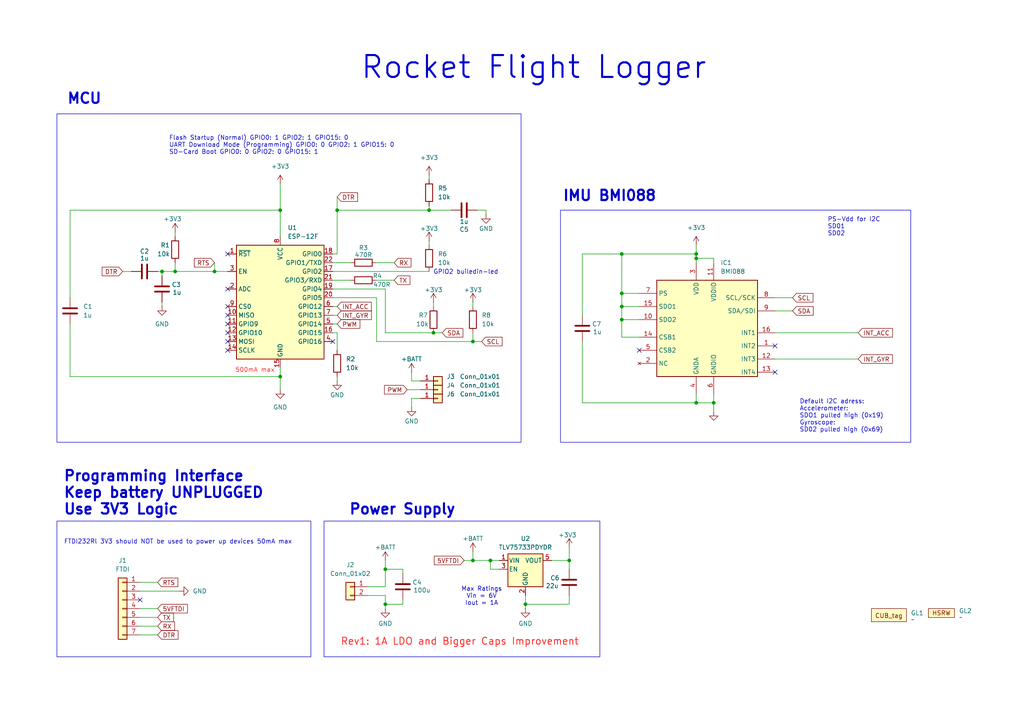
<source format=kicad_sch>
(kicad_sch (version 20250114) (generator "eeschema") (generator_version "9.0")
  (paper "A4")
  (title_block (title "RocketflightLogger") (date "2025-05-12") (rev "1") (company "HSRW") (comment 1 "Jure Cubelic "))
  (lib_symbols
    (symbol "01_MyLibrary:CUB_tag" (pin_numbers (hide yes)) (pin_names (offset 0) (hide yes)) (in_bom no)
      (property "Reference" "GL" (at 0 -1.016 0))
      (symbol "CUB_tag_1_1"
        (rectangle (start -5.08 3.81) (end 5.08 0) (fill (type color) (color 255 255 194 1)))
        (text "CUB_tag" (at 0 1.778 0) (effects (font (size 1.27 1.27))))
      )
    )
    (symbol "01_MyLibrary:Hsrw" (pin_numbers (hide yes)) (pin_names (offset 0) (hide yes)) (in_bom no)
      (property "Reference" "GL" (at 0 3.556 0))
      (symbol "Hsrw_1_1"
        (rectangle (start -3.81 2.54) (end 3.81 0) (fill (type color) (color 255 255 194 1)))
        (text "HSRW" (at 0 1.27 0) (effects (font (size 1.27 1.27))))
      )
    )
    (symbol "BMI088:BMI088"
      (property "Reference" "IC1" (at 19.7359 17.78 0))
      (property "Value" "BMI088" (at 19.7359 15.24 0))
      (symbol "BMI088_1_1"
        (rectangle (start 1.27 12.7) (end 30.48 -15.24) (stroke (width 0.254)) (fill (type background)))
        (pin passive line (at -3.81 8.89 0) (length 5.08) (name "PS") (number "7"))
        (pin passive line (at -3.81 5.08 0) (length 5.08) (name "SDO1") (number "15"))
        (pin passive line (at -3.81 1.27 0) (length 5.08) (name "SDO2") (number "10"))
        (pin passive line (at -3.81 -3.81 0) (length 5.08) (name "CSB1") (number "14"))
        (pin passive line (at -3.81 -7.62 0) (length 5.08) (name "CSB2") (number "5"))
        (pin no_connect line (at -3.81 -11.43 0) (length 5.08) (name "NC") (number "2"))
        (pin passive line (at 12.7 17.78 270) (length 5.08) (name "VDD") (number "3"))
        (pin passive line (at 12.7 -20.32 90) (length 5.08) (name "GNDA") (number "4"))
        (pin passive line (at 17.78 17.78 270) (length 5.08) (name "VDDIO") (number "11"))
        (pin passive line (at 17.78 -20.32 90) (length 5.08) (name "GNDIO") (number "6"))
        (pin passive line (at 35.56 7.62 180) (length 5.08) (name "SCL/SCK") (number "8"))
        (pin passive line (at 35.56 3.81 180) (length 5.08) (name "SDA/SDI") (number "9"))
        (pin passive line (at 35.56 -2.54 180) (length 5.08) (name "INT1") (number "16"))
        (pin passive line (at 35.56 -6.35 180) (length 5.08) (name "INT2") (number "1"))
        (pin passive line (at 35.56 -10.16 180) (length 5.08) (name "INT3") (number "12"))
        (pin passive line (at 35.56 -13.97 180) (length 5.08) (name "INT4") (number "13"))
      )
    )
    (symbol "Connector_Generic:Conn_01x01" (pin_names (offset 1.016) (hide yes))
      (property "Reference" "J" (at 0 2.54 0))
      (property "Value" "Conn_01x01" (at 0 -2.54 0))
      (symbol "Conn_01x01_1_1"
        (rectangle (start -1.27 1.27) (end 1.27 -1.27) (stroke (width 0.254)) (fill (type background)))
        (rectangle (start -1.27 0.127) (end 0 -0.127) (stroke (width 0.1524)))
        (pin passive line (at -5.08 0 0) (length 3.81) (name "Pin_1") (number "1"))
      )
    )
    (symbol "Connector_Generic:Conn_01x02" (pin_names (offset 1.016) (hide yes))
      (property "Reference" "J" (at 0 2.54 0))
      (property "Value" "Conn_01x02" (at 0 -5.08 0))
      (symbol "Conn_01x02_1_1"
        (rectangle (start -1.27 1.27) (end 1.27 -3.81) (stroke (width 0.254)) (fill (type background)))
        (rectangle (start -1.27 0.127) (end 0 -0.127) (stroke (width 0.1524)))
        (rectangle (start -1.27 -2.413) (end 0 -2.667) (stroke (width 0.1524)))
        (pin passive line (at -5.08 0 0) (length 3.81) (name "Pin_1") (number "1"))
        (pin passive line (at -5.08 -2.54 0) (length 3.81) (name "Pin_2") (number "2"))
      )
    )
    (symbol "Connector_Generic:Conn_01x07" (pin_names (offset 1.016) (hide yes))
      (property "Reference" "J" (at 0 10.16 0))
      (property "Value" "Conn_01x07" (at 0 -10.16 0))
      (symbol "Conn_01x07_1_1"
        (rectangle (start -1.27 8.89) (end 1.27 -8.89) (stroke (width 0.254)) (fill (type background)))
        (rectangle (start -1.27 7.747) (end 0 7.493) (stroke (width 0.1524)))
        (rectangle (start -1.27 5.207) (end 0 4.953) (stroke (width 0.1524)))
        (rectangle (start -1.27 2.667) (end 0 2.413) (stroke (width 0.1524)))
        (rectangle (start -1.27 0.127) (end 0 -0.127) (stroke (width 0.1524)))
        (rectangle (start -1.27 -2.413) (end 0 -2.667) (stroke (width 0.1524)))
        (rectangle (start -1.27 -4.953) (end 0 -5.207) (stroke (width 0.1524)))
        (rectangle (start -1.27 -7.493) (end 0 -7.747) (stroke (width 0.1524)))
        (pin passive line (at -5.08 7.62 0) (length 3.81) (name "Pin_1") (number "1"))
        (pin passive line (at -5.08 5.08 0) (length 3.81) (name "Pin_2") (number "2"))
        (pin passive line (at -5.08 2.54 0) (length 3.81) (name "Pin_3") (number "3"))
        (pin passive line (at -5.08 0 0) (length 3.81) (name "Pin_4") (number "4"))
        (pin passive line (at -5.08 -2.54 0) (length 3.81) (name "Pin_5") (number "5"))
        (pin passive line (at -5.08 -5.08 0) (length 3.81) (name "Pin_6") (number "6"))
        (pin passive line (at -5.08 -7.62 0) (length 3.81) (name "Pin_7") (number "7"))
      )
    )
    (symbol "Device:C" (pin_numbers (hide yes)) (pin_names (offset 0.254))
      (property "Reference" "C" (at 0.635 2.54 0))
      (property "Value" "C" (at 0.635 -2.54 0))
      (symbol "C_0_1"
        (polyline (pts (xy -2.032 0.762) (xy 2.032 0.762)) (stroke (width 0.508)))
        (polyline (pts (xy -2.032 -0.762) (xy 2.032 -0.762)) (stroke (width 0.508)))
      )
      (symbol "C_1_1"
        (pin passive line (at 0 3.81 270) (length 2.794) (name "~") (number "1"))
        (pin passive line (at 0 -3.81 90) (length 2.794) (name "~") (number "2"))
      )
    )
    (symbol "Device:R" (pin_numbers (hide yes)) (pin_names (offset 0))
      (property "Reference" "R" (at 2.032 0 90))
      (property "Value" "R" (at 0 0 90))
      (symbol "R_0_1"
        (rectangle (start -1.016 -2.54) (end 1.016 2.54) (stroke (width 0.254)))
      )
      (symbol "R_1_1"
        (pin passive line (at 0 3.81 270) (length 1.27) (name "~") (number "1"))
        (pin passive line (at 0 -3.81 90) (length 1.27) (name "~") (number "2"))
      )
    )
    (symbol "RF_Module:ESP-12F"
      (property "Reference" "U" (at -12.7 19.05 0))
      (property "Value" "ESP-12F" (at 12.7 19.05 0))
      (symbol "ESP-12F_0_1"
        (rectangle (start -12.7 17.78) (end 12.7 -15.24) (stroke (width 0.254)) (fill (type background)))
      )
      (symbol "ESP-12F_1_1"
        (pin input line (at -15.24 15.24 0) (length 2.54) (name "~{RST}") (number "1"))
        (pin input line (at -15.24 10.16 0) (length 2.54) (name "EN") (number "3"))
        (pin input line (at -15.24 5.08 0) (length 2.54) (name "ADC") (number "2"))
        (pin input line (at -15.24 0 0) (length 2.54) (name "CS0") (number "9"))
        (pin bidirectional line (at -15.24 -2.54 0) (length 2.54) (name "MISO") (number "10"))
        (pin bidirectional line (at -15.24 -5.08 0) (length 2.54) (name "GPIO9") (number "11"))
        (pin bidirectional line (at -15.24 -7.62 0) (length 2.54) (name "GPIO10") (number "12"))
        (pin bidirectional line (at -15.24 -10.16 0) (length 2.54) (name "MOSI") (number "13"))
        (pin bidirectional line (at -15.24 -12.7 0) (length 2.54) (name "SCLK") (number "14"))
        (pin power_in line (at 0 20.32 270) (length 2.54) (name "VCC") (number "8"))
        (pin power_in line (at 0 -17.78 90) (length 2.54) (name "GND") (number "15"))
        (pin bidirectional line (at 15.24 15.24 180) (length 2.54) (name "GPIO0") (number "18"))
        (pin bidirectional line (at 15.24 12.7 180) (length 2.54) (name "GPIO1/TXD") (number "22"))
        (pin bidirectional line (at 15.24 10.16 180) (length 2.54) (name "GPIO2") (number "17"))
        (pin bidirectional line (at 15.24 7.62 180) (length 2.54) (name "GPIO3/RXD") (number "21"))
        (pin bidirectional line (at 15.24 5.08 180) (length 2.54) (name "GPIO4") (number "19"))
        (pin bidirectional line (at 15.24 2.54 180) (length 2.54) (name "GPIO5") (number "20"))
        (pin bidirectional line (at 15.24 0 180) (length 2.54) (name "GPIO12") (number "6"))
        (pin bidirectional line (at 15.24 -2.54 180) (length 2.54) (name "GPIO13") (number "7"))
        (pin bidirectional line (at 15.24 -5.08 180) (length 2.54) (name "GPIO14") (number "5"))
        (pin bidirectional line (at 15.24 -7.62 180) (length 2.54) (name "GPIO15") (number "16"))
        (pin bidirectional line (at 15.24 -10.16 180) (length 2.54) (name "GPIO16") (number "4"))
      )
    )
    (symbol "Regulator_Linear:TPS76333" (pin_names (offset 0.254))
      (property "Reference" "U2" (at 0 8.89 0))
      (property "Value" "TLV75733PDYDR" (at 0 6.35 0))
      (symbol "TPS76333_0_1"
        (rectangle (start -5.08 4.445) (end 5.08 -5.08) (stroke (width 0.254)) (fill (type background)))
      )
      (symbol "TPS76333_1_1"
        (pin power_in line (at -7.62 2.54 0) (length 2.54) (name "VIN") (number "1"))
        (pin input line (at -7.62 0 0) (length 2.54) (name "EN") (number "3"))
        (pin power_in line (at 0 -7.62 90) (length 2.54) (name "GND") (number "2"))
        (pin no_connect line (at 5.08 0 180) (length 2.54) (hide yes) (name "NC") (number "4"))
        (pin power_out line (at 7.62 2.54 180) (length 2.54) (name "VOUT") (number "5"))
      )
    )
    (symbol "power:+3V3" (power) (pin_numbers (hide yes)) (pin_names (offset 0) (hide yes))
      (property "Value" "+3V3" (at 0 3.556 0))
      (symbol "+3V3_0_1"
        (polyline (pts (xy -0.762 1.27) (xy 0 2.54)))
        (polyline (pts (xy 0 2.54) (xy 0.762 1.27)))
        (polyline (pts (xy 0 0) (xy 0 2.54)))
      )
      (symbol "+3V3_1_1"
        (pin power_in line (at 0 0 90) (length 0) (name "~") (number "1"))
      )
    )
    (symbol "power:+BATT" (power) (pin_numbers (hide yes)) (pin_names (offset 0) (hide yes))
      (property "Value" "+BATT" (at 0 3.556 0))
      (symbol "+BATT_0_1"
        (polyline (pts (xy -0.762 1.27) (xy 0 2.54)))
        (polyline (pts (xy 0 2.54) (xy 0.762 1.27)))
        (polyline (pts (xy 0 0) (xy 0 2.54)))
      )
      (symbol "+BATT_1_1"
        (pin power_in line (at 0 0 90) (length 0) (name "~") (number "1"))
      )
    )
    (symbol "power:GND" (power) (pin_numbers (hide yes)) (pin_names (offset 0) (hide yes))
      (property "Value" "GND" (at 0 -3.81 0))
      (symbol "GND_0_1"
        (polyline (pts (xy 0 0) (xy 0 -1.27) (xy 1.27 -1.27) (xy 0 -2.54) (xy -1.27 -1.27) (xy 0 -1.27)))
      )
      (symbol "GND_1_1"
        (pin power_in line (at 0 0 270) (length 0) (name "~") (number "1"))
      )
    )
  )
  (rectangle (start 93.98 151.13) (end 173.99 190.5))
  (rectangle (start 162.56 60.96) (end 264.16 128.27))
  (rectangle (start 16.51 33.02) (end 151.13 128.27))
  (rectangle (start 16.51 151.13) (end 90.17 190.5))
  (text "Programming Interface\nKeep battery UNPLUGGED\nUse 3V3 Logic \n" (at 18.288 149.606 0) (effects (font (size 3 3) (thickness 0.6) (bold yes)) (justify left bottom)))
  (text "GPIO2 builedin-led" (at 135.128 78.994 0) (effects (font (size 1.27 1.27))))
  (text "Flash Startup (Normal) GPIO0: 1 GPIO2: 1 GPIO15: 0\nUART Download Mode (Programming) GPIO0: 0 GPIO2: 1 GPIO15: 0\nSD-Card Boot GPIO0: 0 GPIO2: 0 GPIO15: 1" (at 49.022 42.164 0) (effects (font (size 1.27 1.27)) (justify left)))
  (text "Power Supply" (at 101.092 149.606 0) (effects (font (size 3 3) (thickness 0.6) (bold yes)) (justify left bottom)))
  (text "PS-Vdd for I2C\nSD01\nSD02" (at 240.03 68.58 0) (effects (font (size 1.27 1.27)) (justify left bottom)))
  (text "Max Ratings\nVin = 6V\nIout = 1A" (at 139.7 172.974 0) (effects (font (size 1.27 1.27) (thickness 0.1588))))
  (text "FTDI232Rl 3V3 should NOT be used to power up devices 50mA max \n\n" (at 18.542 158.242 0) (effects (font (size 1.27 1.27)) (justify left)))
  (text "Rev1: 1A LDO and Bigger Caps Improvement" (at 133.35 186.182 0) (effects (font (size 2.032 2.032) (thickness 0.254) (bold yes))))
  (text "Default I2C adress:\nAccelerometer:\nSDO1 pulled high (0x19)\nGyroscope: \nSD02 pulled high (0x69)" (at 231.902 125.476 0) (effects (font (size 1.27 1.27)) (justify left bottom)))
  (text "MCU" (at 19.304 30.48 0) (effects (font (size 3 3) (thickness 0.6) (bold yes)) (justify left bottom)))
  (text "IMU BMI088" (at 163.068 58.674 0) (effects (font (size 3 3) (thickness 0.6) (bold yes)) (justify left bottom)))
  (text "500mA max " (at 74.422 107.442 0) (effects (font (size 1.27 1.27))))
  (text "Rocket Flight Logger" (at 104.394 23.368 0) (effects (font (size 6.35 6.35) (thickness 0.6) (bold yes)) (justify left bottom)))
  (junction (at 165.1 162.56))
  (junction (at 124.46 60.96))
  (junction (at 180.34 73.66))
  (junction (at 201.93 74.93))
  (junction (at 125.73 96.52))
  (junction (at 97.79 60.96))
  (junction (at 81.28 60.96))
  (junction (at 111.76 165.1))
  (junction (at 111.76 175.26))
  (junction (at 50.8 78.74))
  (junction (at 207.01 116.84))
  (junction (at 201.93 116.84))
  (junction (at 201.93 73.66))
  (junction (at 137.16 99.06))
  (junction (at 81.28 109.22))
  (junction (at 46.99 78.74))
  (junction (at 180.34 92.71))
  (junction (at 62.23 78.74))
  (junction (at 152.4 175.26))
  (junction (at 142.24 162.56))
  (junction (at 137.16 162.56))
  (junction (at 180.34 85.09))
  (junction (at 180.34 88.9))
  (no_connect (at 66.04 99.06))
  (no_connect (at 66.04 101.6))
  (no_connect (at 185.42 101.6))
  (no_connect (at 66.04 88.9))
  (no_connect (at 66.04 91.44))
  (no_connect (at 66.04 93.98))
  (no_connect (at 224.79 107.95))
  (no_connect (at 40.64 173.99))
  (no_connect (at 66.04 96.52))
  (no_connect (at 96.52 99.06))
  (no_connect (at 66.04 83.82))
  (no_connect (at 66.04 73.66))
  (no_connect (at 224.79 100.33))
  (wire (pts (xy 140.97 60.96) (xy 140.97 62.23)))
  (wire (pts (xy 109.22 76.2) (xy 114.3 76.2)))
  (wire (pts (xy 180.34 97.79) (xy 180.34 92.71)))
  (wire (pts (xy 96.52 81.28) (xy 101.6 81.28)))
  (wire (pts (xy 116.84 165.1) (xy 111.76 165.1)))
  (wire (pts (xy 50.8 76.2) (xy 50.8 78.74)))
  (wire (pts (xy 97.79 57.15) (xy 97.79 60.96)))
  (wire (pts (xy 50.8 67.31) (xy 50.8 68.58)))
  (wire (pts (xy 97.79 101.6) (xy 97.79 96.52)))
  (wire (pts (xy 224.79 104.14) (xy 248.92 104.14)))
  (wire (pts (xy 180.34 85.09) (xy 180.34 88.9)))
  (wire (pts (xy 40.64 168.91) (xy 45.72 168.91)))
  (wire (pts (xy 46.99 78.74) (xy 50.8 78.74)))
  (wire (pts (xy 119.38 115.57) (xy 119.38 118.11)))
  (wire (pts (xy 130.81 60.96) (xy 124.46 60.96)))
  (wire (pts (xy 121.92 115.57) (xy 119.38 115.57)))
  (wire (pts (xy 180.34 73.66) (xy 180.34 85.09)))
  (wire (pts (xy 168.91 73.66) (xy 168.91 91.44)))
  (wire (pts (xy 165.1 175.26) (xy 152.4 175.26)))
  (wire (pts (xy 124.46 69.85) (xy 124.46 71.12)))
  (wire (pts (xy 201.93 114.3) (xy 201.93 116.84)))
  (wire (pts (xy 180.34 73.66) (xy 201.93 73.66)))
  (wire (pts (xy 40.64 184.15) (xy 45.72 184.15)))
  (wire (pts (xy 165.1 158.75) (xy 165.1 162.56)))
  (wire (pts (xy 109.22 81.28) (xy 114.3 81.28)))
  (wire (pts (xy 125.73 87.63) (xy 125.73 88.9)))
  (wire (pts (xy 138.43 60.96) (xy 140.97 60.96)))
  (wire (pts (xy 111.76 162.56) (xy 111.76 165.1)))
  (wire (pts (xy 81.28 53.34) (xy 81.28 60.96)))
  (wire (pts (xy 106.68 170.18) (xy 111.76 170.18)))
  (wire (pts (xy 96.52 86.36) (xy 109.22 86.36)))
  (wire (pts (xy 168.91 116.84) (xy 201.93 116.84)))
  (wire (pts (xy 45.72 78.74) (xy 46.99 78.74)))
  (wire (pts (xy 201.93 74.93) (xy 201.93 76.2)))
  (wire (pts (xy 125.73 96.52) (xy 128.27 96.52)))
  (wire (pts (xy 81.28 60.96) (xy 81.28 68.58)))
  (wire (pts (xy 224.79 96.52) (xy 248.92 96.52)))
  (wire (pts (xy 116.84 165.1) (xy 116.84 166.37)))
  (wire (pts (xy 207.01 116.84) (xy 207.01 119.38)))
  (wire (pts (xy 124.46 50.8) (xy 124.46 52.07)))
  (wire (pts (xy 144.78 165.1) (xy 142.24 165.1)))
  (wire (pts (xy 180.34 88.9) (xy 180.34 92.71)))
  (wire (pts (xy 50.8 78.74) (xy 62.23 78.74)))
  (wire (pts (xy 40.64 176.53) (xy 45.72 176.53)))
  (wire (pts (xy 97.79 109.22) (xy 97.79 110.49)))
  (wire (pts (xy 40.64 181.61) (xy 45.72 181.61)))
  (wire (pts (xy 224.79 86.36) (xy 229.87 86.36)))
  (wire (pts (xy 137.16 87.63) (xy 137.16 88.9)))
  (wire (pts (xy 96.52 78.74) (xy 124.46 78.74)))
  (wire (pts (xy 111.76 175.26) (xy 111.76 176.53)))
  (wire (pts (xy 201.93 71.12) (xy 201.93 73.66)))
  (wire (pts (xy 81.28 109.22) (xy 20.32 109.22)))
  (wire (pts (xy 35.56 78.74) (xy 38.1 78.74)))
  (wire (pts (xy 62.23 76.2) (xy 62.23 78.74)))
  (wire (pts (xy 40.64 171.45) (xy 52.07 171.45)))
  (wire (pts (xy 168.91 116.84) (xy 168.91 99.06)))
  (wire (pts (xy 97.79 60.96) (xy 124.46 60.96)))
  (wire (pts (xy 168.91 73.66) (xy 180.34 73.66)))
  (wire (pts (xy 81.28 109.22) (xy 81.28 113.03)))
  (wire (pts (xy 142.24 162.56) (xy 144.78 162.56)))
  (wire (pts (xy 142.24 162.56) (xy 142.24 165.1)))
  (wire (pts (xy 160.02 162.56) (xy 165.1 162.56)))
  (wire (pts (xy 185.42 97.79) (xy 180.34 97.79)))
  (wire (pts (xy 96.52 91.44) (xy 97.79 91.44)))
  (wire (pts (xy 137.16 162.56) (xy 142.24 162.56)))
  (wire (pts (xy 165.1 172.72) (xy 165.1 175.26)))
  (wire (pts (xy 118.11 113.03) (xy 121.92 113.03)))
  (wire (pts (xy 109.22 99.06) (xy 137.16 99.06)))
  (wire (pts (xy 137.16 96.52) (xy 137.16 99.06)))
  (wire (pts (xy 180.34 85.09) (xy 185.42 85.09)))
  (wire (pts (xy 97.79 96.52) (xy 96.52 96.52)))
  (wire (pts (xy 109.22 86.36) (xy 109.22 99.06)))
  (wire (pts (xy 111.76 96.52) (xy 125.73 96.52)))
  (wire (pts (xy 185.42 92.71) (xy 180.34 92.71)))
  (wire (pts (xy 134.62 162.56) (xy 137.16 162.56)))
  (wire (pts (xy 96.52 83.82) (xy 111.76 83.82)))
  (wire (pts (xy 96.52 93.98) (xy 97.79 93.98)))
  (wire (pts (xy 207.01 114.3) (xy 207.01 116.84)))
  (wire (pts (xy 165.1 162.56) (xy 165.1 165.1)))
  (wire (pts (xy 81.28 106.68) (xy 81.28 109.22)))
  (wire (pts (xy 207.01 74.93) (xy 201.93 74.93)))
  (wire (pts (xy 152.4 175.26) (xy 152.4 176.53)))
  (wire (pts (xy 137.16 99.06) (xy 139.7 99.06)))
  (wire (pts (xy 121.92 110.49) (xy 119.38 110.49)))
  (wire (pts (xy 20.32 60.96) (xy 81.28 60.96)))
  (wire (pts (xy 46.99 78.74) (xy 46.99 80.01)))
  (wire (pts (xy 207.01 76.2) (xy 207.01 74.93)))
  (wire (pts (xy 180.34 88.9) (xy 185.42 88.9)))
  (wire (pts (xy 62.23 78.74) (xy 66.04 78.74)))
  (wire (pts (xy 40.64 179.07) (xy 45.72 179.07)))
  (wire (pts (xy 224.79 90.17) (xy 229.87 90.17)))
  (wire (pts (xy 46.99 87.63) (xy 46.99 88.9)))
  (wire (pts (xy 119.38 110.49) (xy 119.38 107.95)))
  (wire (pts (xy 96.52 88.9) (xy 97.79 88.9)))
  (wire (pts (xy 111.76 175.26) (xy 116.84 175.26)))
  (wire (pts (xy 20.32 109.22) (xy 20.32 93.98)))
  (wire (pts (xy 201.93 73.66) (xy 201.93 74.93)))
  (wire (pts (xy 111.76 165.1) (xy 111.76 170.18)))
  (wire (pts (xy 137.16 160.02) (xy 137.16 162.56)))
  (wire (pts (xy 96.52 76.2) (xy 101.6 76.2)))
  (wire (pts (xy 111.76 83.82) (xy 111.76 96.52)))
  (wire (pts (xy 20.32 86.36) (xy 20.32 60.96)))
  (wire (pts (xy 106.68 172.72) (xy 111.76 172.72)))
  (wire (pts (xy 97.79 73.66) (xy 96.52 73.66)))
  (wire (pts (xy 152.4 172.72) (xy 152.4 175.26)))
  (wire (pts (xy 116.84 175.26) (xy 116.84 173.99)))
  (wire (pts (xy 111.76 172.72) (xy 111.76 175.26)))
  (wire (pts (xy 97.79 60.96) (xy 97.79 73.66)))
  (wire (pts (xy 201.93 116.84) (xy 207.01 116.84)))
  (wire (pts (xy 124.46 59.69) (xy 124.46 60.96)))
  (global_label "TX" (shape input) (at 114.3 81.28 0) (property "Intersheetrefs" "${INTERSHEET_REFS}" (effects (hide yes))))
  (global_label "5VFTDI" (shape input) (at 45.72 176.53 0) (property "Intersheetrefs" "${INTERSHEET_REFS}" (effects (hide yes))))
  (global_label "PWM" (shape input) (at 97.79 93.98 0) (property "Intersheetrefs" "${INTERSHEET_REFS}" (effects (hide yes))))
  (global_label "DTR" (shape input) (at 97.79 57.15 0) (property "Intersheetrefs" "${INTERSHEET_REFS}" (effects (hide yes))))
  (global_label "RX" (shape input) (at 114.3 76.2 0) (property "Intersheetrefs" "${INTERSHEET_REFS}" (effects (hide yes))))
  (global_label "RTS" (shape input) (at 62.23 76.2 180) (property "Intersheetrefs" "${INTERSHEET_REFS}" (effects (hide yes))))
  (global_label "DTR" (shape input) (at 35.56 78.74 180) (property "Intersheetrefs" "${INTERSHEET_REFS}" (effects (hide yes))))
  (global_label "PWM" (shape input) (at 118.11 113.03 180) (property "Intersheetrefs" "${INTERSHEET_REFS}" (effects (hide yes))))
  (global_label "TX" (shape input) (at 45.72 179.07 0) (property "Intersheetrefs" "${INTERSHEET_REFS}" (effects (hide yes))))
  (global_label "INT_ACC" (shape input) (at 248.92 96.52 0) (property "Intersheetrefs" "${INTERSHEET_REFS}" (effects (hide yes))))
  (global_label "5VFTDI" (shape input) (at 134.62 162.56 180) (property "Intersheetrefs" "${INTERSHEET_REFS}" (effects (hide yes))))
  (global_label "SCL" (shape input) (at 229.87 86.36 0) (property "Intersheetrefs" "${INTERSHEET_REFS}" (effects (hide yes))))
  (global_label "DTR" (shape input) (at 45.72 184.15 0) (property "Intersheetrefs" "${INTERSHEET_REFS}" (effects (hide yes))))
  (global_label "RTS" (shape input) (at 45.72 168.91 0) (property "Intersheetrefs" "${INTERSHEET_REFS}" (effects (hide yes))))
  (global_label "INT_GYR" (shape input) (at 97.79 91.44 0) (property "Intersheetrefs" "${INTERSHEET_REFS}" (effects (hide yes))))
  (global_label "RX" (shape input) (at 45.72 181.61 0) (property "Intersheetrefs" "${INTERSHEET_REFS}" (effects (hide yes))))
  (global_label "SDA" (shape input) (at 229.87 90.17 0) (property "Intersheetrefs" "${INTERSHEET_REFS}" (effects (hide yes))))
  (global_label "INT_GYR" (shape input) (at 248.92 104.14 0) (property "Intersheetrefs" "${INTERSHEET_REFS}" (effects (hide yes))))
  (global_label "SDA" (shape input) (at 128.27 96.52 0) (property "Intersheetrefs" "${INTERSHEET_REFS}" (effects (hide yes))))
  (global_label "INT_ACC" (shape input) (at 97.79 88.9 0) (property "Intersheetrefs" "${INTERSHEET_REFS}" (effects (hide yes))))
  (global_label "SCL" (shape input) (at 139.7 99.06 0) (property "Intersheetrefs" "${INTERSHEET_REFS}" (effects (hide yes))))
  (symbol (lib_id "power:GND") (at 81.28 113.03 0) (unit 1)
    (property "Reference" "#PWR05" (effects (hide yes)))
    (property "Value" "GND" (at 81.28 118.11 0))
    (property "Description" "Power symbol creates a global label with name \"GND\" , ground" (effects (hide yes)))
  )
  (symbol (lib_id "power:+BATT") (at 137.16 160.02 0) (unit 1)
    (property "Reference" "#PWR09" (effects (hide yes)))
    (property "Value" "+BATT" (at 137.16 156.21 0))
    (property "Description" "Power symbol creates a global label with name \"+BATT\"" (effects (hide yes)))
  )
  (symbol (lib_id "Regulator_Linear:TPS76333") (at 152.4 165.1 0) (unit 1)
    (property "Reference" "U2" (at 152.4 156.21 0))
    (property "Value" "TLV75733PDYDR" (at 152.4 158.75 0))
    (property "Footprint" "Package_TO_SOT_SMD:SOT-23-5" (effects (hide yes)))
    (property "Datasheet" "http://www.ti.com/lit/ds/symlink/tps763.pdf" (effects (hide yes)))
    (property "Description" "Low power 150mA LDO 3.3V fixed output voltage, SOT-23-5" (effects (hide yes)))
  )
  (symbol (lib_id "Connector_Generic:Conn_01x07") (at 35.56 176.53 0) (mirror y) (unit 1)
    (property "Reference" "J1" (at 35.56 162.56 0))
    (property "Value" "FTDI" (at 35.56 165.1 0))
    (property "Footprint" "Connector_PinHeader_2.54mm:PinHeader_1x07_P2.54mm_Vertical" (effects (hide yes)))
    (property "Description" "Generic connector, single row, 01x07, script generated (kicad-library-utils/schlib/autogen/connector/)" (effects (hide yes)))
  )
  (symbol (lib_id "Device:R") (at 124.46 74.93 0) (unit 1)
    (property "Reference" "R6" (at 127 73.6599 0) (effects (justify left)))
    (property "Value" "10k" (at 127 76.1999 0) (effects (justify left)))
    (property "Footprint" "Resistor_SMD:R_0805_2012Metric_Pad1.20x1.40mm_HandSolder" (effects (hide yes)))
    (property "Description" "Resistor" (effects (hide yes)))
  )
  (symbol (lib_id "Device:R") (at 97.79 105.41 0) (unit 1)
    (property "Reference" "R2" (at 100.33 104.1399 0) (effects (justify left)))
    (property "Value" "10k" (at 100.33 106.6799 0) (effects (justify left)))
    (property "Footprint" "Resistor_SMD:R_0805_2012Metric_Pad1.20x1.40mm_HandSolder" (effects (hide yes)))
    (property "Description" "Resistor" (effects (hide yes)))
  )
  (symbol (lib_id "Device:C") (at 134.62 60.96 90) (mirror x) (unit 1)
    (property "Reference" "C5" (at 134.62 66.548 90))
    (property "Value" "1u" (at 134.62 64.262 90))
    (property "Footprint" "Capacitor_SMD:C_0805_2012Metric_Pad1.18x1.45mm_HandSolder" (effects (hide yes)))
    (property "Description" "Unpolarized capacitor" (effects (hide yes)))
  )
  (symbol (lib_id "Device:C") (at 46.99 83.82 0) (unit 1)
    (property "Reference" "C3" (at 49.784 82.55 0) (effects (justify left)))
    (property "Value" "1u" (at 50.038 84.836 0) (effects (justify left)))
    (property "Footprint" "Capacitor_SMD:C_0805_2012Metric_Pad1.18x1.45mm_HandSolder" (effects (hide yes)))
    (property "Description" "Unpolarized capacitor" (effects (hide yes)))
  )
  (symbol (lib_id "power:GND") (at 52.07 171.45 90) (unit 1)
    (property "Reference" "#PWR01" (effects (hide yes)))
    (property "Value" "GND" (at 55.88 171.4499 90) (effects (justify right)))
    (property "Description" "Power symbol creates a global label with name \"GND\" , ground" (effects (hide yes)))
  )
  (symbol (lib_id "power:+3V3") (at 201.93 71.12 0) (unit 1)
    (property "Reference" "#PWR017" (effects (hide yes)))
    (property "Value" "+3V3" (at 201.93 66.04 0))
    (property "Description" "Power symbol creates a global label with name \"+3V3\"" (effects (hide yes)))
  )
  (symbol (lib_id "Device:R") (at 137.16 92.71 0) (unit 1)
    (property "Reference" "R8" (at 139.7 91.4399 0) (effects (justify left)))
    (property "Value" "10k" (at 139.7 93.9799 0) (effects (justify left)))
    (property "Footprint" "Resistor_SMD:R_0805_2012Metric_Pad1.20x1.40mm_HandSolder" (effects (hide yes)))
    (property "Description" "Resistor" (effects (hide yes)))
  )
  (symbol (lib_id "Device:R") (at 124.46 55.88 0) (unit 1)
    (property "Reference" "R5" (at 127 54.6099 0) (effects (justify left)))
    (property "Value" "10k" (at 127 57.1499 0) (effects (justify left)))
    (property "Footprint" "Resistor_SMD:R_0805_2012Metric_Pad1.20x1.40mm_HandSolder" (effects (hide yes)))
    (property "Description" "Resistor" (effects (hide yes)))
  )
  (symbol (lib_id "Device:R") (at 50.8 72.39 0) (mirror y) (unit 1)
    (property "Reference" "R1" (at 49.276 71.12 0) (effects (justify left)))
    (property "Value" "10k" (at 49.276 73.66 0) (effects (justify left)))
    (property "Footprint" "Resistor_SMD:R_0805_2012Metric_Pad1.20x1.40mm_HandSolder" (effects (hide yes)))
    (property "Description" "Resistor" (effects (hide yes)))
  )
  (symbol (lib_id "power:+3V3") (at 125.73 87.63 0) (unit 1)
    (property "Reference" "#PWR012" (effects (hide yes)))
    (property "Value" "+3V3" (at 125.73 84.074 0))
    (property "Description" "Power symbol creates a global label with name \"+3V3\"" (effects (hide yes)))
  )
  (symbol (lib_id "power:GND") (at 207.01 119.38 0) (unit 1)
    (property "Reference" "#PWR018" (effects (hide yes)))
    (property "Value" "GND" (effects (hide yes)))
    (property "Description" "Power symbol creates a global label with name \"GND\" , ground" (effects (hide yes)))
  )
  (symbol (lib_id "Device:C") (at 41.91 78.74 90) (mirror x) (unit 1)
    (property "Reference" "C2" (at 41.91 72.898 90))
    (property "Value" "1u" (at 41.91 74.93 90))
    (property "Footprint" "Capacitor_SMD:C_0805_2012Metric_Pad1.18x1.45mm_HandSolder" (effects (hide yes)))
    (property "Description" "Unpolarized capacitor" (effects (hide yes)))
  )
  (symbol (lib_id "Device:C") (at 165.1 168.91 0) (mirror y) (unit 1)
    (property "Reference" "C6" (at 162.306 167.64 0) (effects (justify left)))
    (property "Value" "22u" (at 162.052 169.926 0) (effects (justify left)))
    (property "Footprint" "Capacitor_SMD:C_0805_2012Metric_Pad1.18x1.45mm_HandSolder" (effects (hide yes)))
    (property "Description" "Unpolarized capacitor" (effects (hide yes)))
  )
  (symbol (lib_id "power:+BATT") (at 111.76 162.56 0) (unit 1)
    (property "Reference" "#PWR07" (effects (hide yes)))
    (property "Value" "+BATT" (at 111.76 158.75 0))
    (property "Description" "Power symbol creates a global label with name \"+BATT\"" (effects (hide yes)))
  )
  (symbol (lib_id "power:GND") (at 97.79 110.49 0) (unit 1)
    (property "Reference" "#PWR06" (effects (hide yes)))
    (property "Value" "GND" (at 97.79 114.554 0))
    (property "Description" "Power symbol creates a global label with name \"GND\" , ground" (effects (hide yes)))
  )
  (symbol (lib_id "BMI088:BMI088") (at 189.23 93.98 0) (unit 1)
    (property "Reference" "IC1" (at 208.9659 76.2 0) (effects (justify left)))
    (property "Value" "BMI088" (at 208.9659 78.74 0) (effects (justify left)))
    (property "Footprint" "BMI088" (effects (hide yes)))
    (property "Datasheet" "https://datasheet.datasheetarchive.com/originals/distributors/Datasheets_SAMA/994c3bf88e91a9e9fead6a819d348e4d.pdf" (effects (hide yes)))
    (property "Height" "1.45" (effects (hide yes)))
    (property "Mouser Part Number" "262-BMI088" (effects (hide yes)))
    (property "Mouser Price/Stock" "https://www.mouser.co.uk/ProductDetail/Bosch-Sensortec/BMI088?qs=f9yNj16SXrIMFspTV6RB6Q%3D%3D" (effects (hide yes)))
    (property "Manufacturer_Name" "BOSCH" (effects (hide yes)))
    (property "Manufacturer_Part_Number" "BMI088" (effects (hide yes)))
  )
  (symbol (lib_id "power:+3V3") (at 124.46 50.8 0) (unit 1)
    (property "Reference" "#PWR010" (effects (hide yes)))
    (property "Value" "+3V3" (at 124.46 45.72 0))
    (property "Description" "Power symbol creates a global label with name \"+3V3\"" (effects (hide yes)))
  )
  (symbol (lib_id "power:GND") (at 111.76 176.53 0) (unit 1)
    (property "Reference" "#PWR08" (effects (hide yes)))
    (property "Value" "GND" (at 111.76 180.848 0))
    (property "Description" "Power symbol creates a global label with name \"GND\" , ground" (effects (hide yes)))
  )
  (symbol (lib_id "01_MyLibrary:CUB_tag") (at 257.81 180.34 0) (unit 1) (in_bom no)
    (property "Reference" "GL1" (at 264.16 177.7999 0) (effects (justify left)))
    (property "Value" "~" (at 264.16 179.705 0) (effects (justify left)))
    (property "Footprint" "01_MyLibrary:CUB_tag" (effects (hide yes)))
  )
  (symbol (lib_id "Device:R") (at 105.41 81.28 90) (mirror x) (unit 1)
    (property "Reference" "R4" (at 109.474 80.01 90))
    (property "Value" "470R" (at 110.744 82.55 90))
    (property "Footprint" "Resistor_SMD:R_0805_2012Metric_Pad1.20x1.40mm_HandSolder" (effects (hide yes)))
    (property "Description" "Resistor" (effects (hide yes)))
  )
  (symbol (lib_id "Connector_Generic:Conn_01x01") (at 127 113.03 0) (unit 1)
    (property "Reference" "J4" (at 129.54 111.7599 0) (effects (justify left)))
    (property "Value" "Conn_01x01" (at 133.35 111.76 0) (effects (justify left)))
    (property "Footprint" "TestPoint:TestPoint_Keystone_5015_Micro_Mini" (effects (hide yes)))
    (property "Description" "Generic connector, single row, 01x01, script generated (kicad-library-utils/schlib/autogen/connector/)" (effects (hide yes)))
  )
  (symbol (lib_id "power:GND") (at 46.99 88.9 0) (unit 1)
    (property "Reference" "#PWR02" (effects (hide yes)))
    (property "Value" "GND" (at 46.99 93.98 0))
    (property "Description" "Power symbol creates a global label with name \"GND\" , ground" (effects (hide yes)))
  )
  (symbol (lib_id "power:+3V3") (at 137.16 87.63 0) (unit 1)
    (property "Reference" "#PWR013" (effects (hide yes)))
    (property "Value" "+3V3" (at 137.16 84.074 0))
    (property "Description" "Power symbol creates a global label with name \"+3V3\"" (effects (hide yes)))
  )
  (symbol (lib_id "power:GND") (at 140.97 62.23 0) (unit 1)
    (property "Reference" "#PWR015" (effects (hide yes)))
    (property "Value" "GND" (at 140.97 66.294 0))
    (property "Description" "Power symbol creates a global label with name \"GND\" , ground" (effects (hide yes)))
  )
  (symbol (lib_id "power:+BATT") (at 119.38 107.95 0) (unit 1)
    (property "Reference" "#PWR020" (effects (hide yes)))
    (property "Value" "+BATT" (at 119.38 104.14 0))
    (property "Description" "Power symbol creates a global label with name \"+BATT\"" (effects (hide yes)))
  )
  (symbol (lib_id "Device:C") (at 168.91 95.25 0) (unit 1)
    (property "Reference" "C7" (at 171.704 93.98 0) (effects (justify left)))
    (property "Value" "1u" (at 171.958 96.266 0) (effects (justify left)))
    (property "Footprint" "Capacitor_SMD:C_0805_2012Metric_Pad1.18x1.45mm_HandSolder" (effects (hide yes)))
    (property "Description" "Unpolarized capacitor" (effects (hide yes)))
  )
  (symbol (lib_id "power:+3V3") (at 165.1 158.75 0) (unit 1)
    (property "Reference" "#PWR016" (effects (hide yes)))
    (property "Value" "+3V3" (at 164.592 155.194 0))
    (property "Description" "Power symbol creates a global label with name \"+3V3\"" (effects (hide yes)))
  )
  (symbol (lib_id "RF_Module:ESP-12F") (at 81.28 88.9 0) (unit 1)
    (property "Reference" "U1" (at 83.4233 66.04 0) (effects (justify left)))
    (property "Value" "ESP-12F" (at 83.4233 68.58 0) (effects (justify left)))
    (property "Footprint" "RF_Module:ESP-12E" (effects (hide yes)))
    (property "Datasheet" "http://wiki.ai-thinker.com/_media/esp8266/esp8266_series_modules_user_manual_v1.1.pdf" (effects (hide yes)))
    (property "Description" "802.11 b/g/n Wi-Fi Module" (effects (hide yes)))
  )
  (symbol (lib_id "power:+3V3") (at 50.8 67.31 0) (unit 1)
    (property "Reference" "#PWR03" (effects (hide yes)))
    (property "Value" "+3V3" (at 50.038 63.5 0))
    (property "Description" "Power symbol creates a global label with name \"+3V3\"" (effects (hide yes)))
  )
  (symbol (lib_id "Device:R") (at 125.73 92.71 0) (unit 1)
    (property "Reference" "R7" (at 121.412 91.44 0) (effects (justify left)))
    (property "Value" "10k" (at 120.65 93.98 0) (effects (justify left)))
    (property "Footprint" "Resistor_SMD:R_0805_2012Metric_Pad1.20x1.40mm_HandSolder" (effects (hide yes)))
    (property "Description" "Resistor" (effects (hide yes)))
  )
  (symbol (lib_id "power:GND") (at 119.38 118.11 0) (unit 1)
    (property "Reference" "#PWR019" (effects (hide yes)))
    (property "Value" "GND" (at 119.38 122.174 0))
    (property "Description" "Power symbol creates a global label with name \"GND\" , ground" (effects (hide yes)))
  )
  (symbol (lib_id "Device:R") (at 105.41 76.2 90) (unit 1)
    (property "Reference" "R3" (at 105.41 71.882 90))
    (property "Value" "470R" (at 105.41 73.914 90))
    (property "Footprint" "Resistor_SMD:R_0805_2012Metric_Pad1.20x1.40mm_HandSolder" (effects (hide yes)))
    (property "Description" "Resistor" (effects (hide yes)))
  )
  (symbol (lib_id "power:GND") (at 152.4 176.53 0) (unit 1)
    (property "Reference" "#PWR014" (effects (hide yes)))
    (property "Value" "GND" (at 152.4 180.848 0))
    (property "Description" "Power symbol creates a global label with name \"GND\" , ground" (effects (hide yes)))
  )
  (symbol (lib_id "Connector_Generic:Conn_01x01") (at 127 110.49 0) (unit 1)
    (property "Reference" "J3" (at 129.54 109.2199 0) (effects (justify left)))
    (property "Value" "Conn_01x01" (at 133.35 109.22 0) (effects (justify left)))
    (property "Footprint" "TestPoint:TestPoint_Keystone_5015_Micro_Mini" (effects (hide yes)))
    (property "Description" "Generic connector, single row, 01x01, script generated (kicad-library-utils/schlib/autogen/connector/)" (effects (hide yes)))
  )
  (symbol (lib_id "Connector_Generic:Conn_01x01") (at 127 115.57 0) (unit 1)
    (property "Reference" "J6" (at 129.54 114.2999 0) (effects (justify left)))
    (property "Value" "Conn_01x01" (at 133.35 114.3 0) (effects (justify left)))
    (property "Footprint" "TestPoint:TestPoint_Keystone_5015_Micro_Mini" (effects (hide yes)))
    (property "Description" "Generic connector, single row, 01x01, script generated (kicad-library-utils/schlib/autogen/connector/)" (effects (hide yes)))
  )
  (symbol (lib_id "Device:C") (at 20.32 90.17 0) (unit 1)
    (property "Reference" "C1" (at 24.13 88.8999 0) (effects (justify left)))
    (property "Value" "1u" (at 24.13 91.4399 0) (effects (justify left)))
    (property "Footprint" "Capacitor_SMD:C_0805_2012Metric_Pad1.18x1.45mm_HandSolder" (effects (hide yes)))
    (property "Description" "Unpolarized capacitor" (effects (hide yes)))
  )
  (symbol (lib_id "power:+3V3") (at 124.46 69.85 0) (unit 1)
    (property "Reference" "#PWR011" (effects (hide yes)))
    (property "Value" "+3V3" (at 124.46 66.294 0))
    (property "Description" "Power symbol creates a global label with name \"+3V3\"" (effects (hide yes)))
  )
  (symbol (lib_id "Device:C") (at 116.84 170.18 0) (unit 1)
    (property "Reference" "C4" (at 119.634 168.91 0) (effects (justify left)))
    (property "Value" "100u" (at 119.888 171.196 0) (effects (justify left)))
    (property "Footprint" "Capacitor_SMD:C_1206_3216Metric_Pad1.33x1.80mm_HandSolder" (effects (hide yes)))
    (property "Description" "Unpolarized capacitor" (effects (hide yes)))
  )
  (symbol (lib_id "01_MyLibrary:Hsrw") (at 273.05 179.07 0) (unit 1) (in_bom no)
    (property "Reference" "GL2" (at 278.13 177.1649 0) (effects (justify left)))
    (property "Value" "~" (at 278.13 179.07 0) (effects (justify left)))
    (property "Footprint" "01_MyLibrary:hsrwBS" (effects (hide yes)))
  )
  (symbol (lib_id "Connector_Generic:Conn_01x02") (at 101.6 170.18 0) (mirror y) (unit 1)
    (property "Reference" "J2" (at 101.6 163.83 0))
    (property "Value" "Conn_01x02" (at 101.6 166.37 0))
    (property "Footprint" "Connector_JST:JST_PH_S2B-PH-SM4-TB_1x02-1MP_P2.00mm_Horizontal" (effects (hide yes)))
    (property "Description" "Generic connector, single row, 01x02, script generated (kicad-library-utils/schlib/autogen/connector/)" (effects (hide yes)))
  )
  (symbol (lib_id "power:+3V3") (at 81.28 53.34 0) (unit 1)
    (property "Reference" "#PWR04" (effects (hide yes)))
    (property "Value" "+3V3" (at 81.28 48.26 0))
    (property "Description" "Power symbol creates a global label with name \"+3V3\"" (effects (hide yes)))
  )
)
</source>
